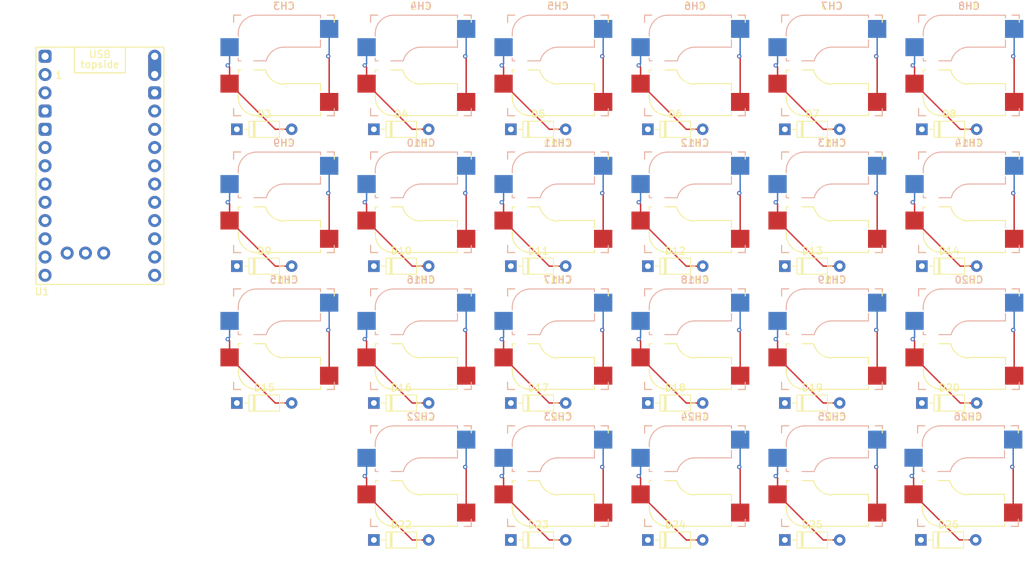
<source format=kicad_pcb>
(kicad_pcb (version 20241229) (generator "pcbnew") (generator_version "9.0")
  (layers (0 "F.Cu" signal) (2 "B.Cu" signal) (13 "F.Paste" user) (15 "B.Paste" user) (5 "F.SilkS" user "F.Silkscreen") (7 "B.SilkS" user "B.Silkscreen") (1 "F.Mask" user) (3 "B.Mask" user) (25 "Edge.Cuts" user))
  (net 0 "")
  (net 1 "Row1")
  (net 2 "Net-(D4-A)")
  (net 3 "Net-(D5-A)")
  (net 4 "Net-(D3-A)")
  (net 5 "Net-(D6-A)")
  (net 6 "Net-(D7-A)")
  (net 9 "Net-(D8-A)")
  (net 11 "Net-(D9-A)")
  (net 12 "Net-(U1-BAT+-Pad13)")
  (net 16 "Row2")
  (net 20 "Net-(D10-A)")
  (net 22 "Net-(D11-A)")
  (net 23 "Net-(D12-A)")
  (net 24 "Net-(D13-A)")
  (net 26 "Net-(D14-A)")
  (net 31 "Row3")
  (net 32 "Net-(D15-A)")
  (net 35 "Net-(D16-A)")
  (net 36 "Net-(D17-A)")
  (net 37 "Net-(D18-A)")
  (net 38 "Net-(D19-A)")
  (net 39 "Net-(D20-A)")
  (net 40 "Net-(D22-A)")
  (net 41 "Row4")
  (net 42 "Net-(D23-A)")
  (net 43 "Net-(D24-A)")
  (net 44 "Net-(D25-A)")
  (net 45 "Net-(D26-A)")
  (net 46 "Col1")
  (net 47 "Col2")
  (net 48 "Col3")
  (net 49 "Col4")
  (net 50 "Col5")
  (net 51 "Col6")
  (footprint "Library:Kailh_socket_MX_reversible" (layer "F.Cu") (at 204.21 100.33)
    (property "Reference" "CH26")
    (property "Value" "KS33_SW_HS")
  )
  (footprint "Library:Kailh_socket_MX_reversible" (layer "F.Cu") (at 166.244 81.28)
    (property "Reference" "CH18")
    (property "Value" "KS33_SW_HS")
  )
  (footprint "Library:Kailh_socket_MX_reversible" (layer "F.Cu") (at 185.294 62.23)
    (property "Reference" "CH13")
    (property "Value" "KS33_SW_HS")
  )
  (footprint "PCM_marbastlib-xp-promicroish:SuperMini_nRF52840_AH_USBup" (layer "F.Cu") (at 83.5 58.42)
    (property "Reference" "U1")
    (property "Value" "SuperMini nRF52840")
  )
  (footprint "Diode_THT:D_DO-35_SOD27_P7.62mm_Horizontal" (layer "F.Cu") (at 102.55 71.12)
    (property "Reference" "D9")
    (property "Value" "1N4148")
  )
  (footprint "Library:Kailh_socket_MX_reversible" (layer "F.Cu") (at 185.294 81.28)
    (property "Reference" "CH19")
    (property "Value" "KS33_SW_HS")
  )
  (footprint "Library:Kailh_socket_MX_reversible" (layer "F.Cu") (at 166.244 62.23)
    (property "Reference" "CH12")
    (property "Value" "KS33_SW_HS")
  )
  (footprint "Diode_THT:D_DO-35_SOD27_P7.62mm_Horizontal" (layer "F.Cu") (at 178.75 90.17)
    (property "Reference" "D19")
    (property "Value" "1N4148")
  )
  (footprint "Library:Kailh_socket_MX_reversible" (layer "F.Cu") (at 185.294 100.34)
    (property "Reference" "CH25")
    (property "Value" "KS33_SW_HS")
  )
  (footprint "Library:Kailh_socket_MX_reversible" (layer "F.Cu") (at 204.344 81.28)
    (property "Reference" "CH20")
    (property "Value" "KS33_SW_HS")
  )
  (footprint "Library:Kailh_socket_MX_reversible" (layer "F.Cu") (at 147.194 43.18)
    (property "Reference" "CH5")
    (property "Value" "KS33_SW_HS")
  )
  (footprint "Diode_THT:D_DO-35_SOD27_P7.62mm_Horizontal" (layer "F.Cu") (at 121.6 90.17)
    (property "Reference" "D16")
    (property "Value" "1N4148")
  )
  (footprint "Diode_THT:D_DO-35_SOD27_P7.62mm_Horizontal" (layer "F.Cu") (at 102.55 52.07)
    (property "Reference" "D3")
    (property "Value" "1N4148")
  )
  (footprint "Diode_THT:D_DO-35_SOD27_P7.62mm_Horizontal" (layer "F.Cu") (at 159.7 71.12)
    (property "Reference" "D12")
    (property "Value" "1N4148")
  )
  (footprint "Library:Kailh_socket_MX_reversible" (layer "F.Cu") (at 166.244 43.18)
    (property "Reference" "CH6")
    (property "Value" "KS33_SW_HS")
  )
  (footprint "Diode_THT:D_DO-35_SOD27_P7.62mm_Horizontal" (layer "F.Cu") (at 197.8 71.12)
    (property "Reference" "D14")
    (property "Value" "1N4148")
  )
  (footprint "Library:Kailh_socket_MX_reversible" (layer "F.Cu") (at 109.094 62.23)
    (property "Reference" "CH9")
    (property "Value" "KS33_SW_HS")
  )
  (footprint "Diode_THT:D_DO-35_SOD27_P7.62mm_Horizontal" (layer "F.Cu") (at 159.7 109.23)
    (property "Reference" "D24")
    (property "Value" "1N4148")
  )
  (footprint "Library:Kailh_socket_MX_reversible" (layer "F.Cu") (at 147.194 81.28)
    (property "Reference" "CH17")
    (property "Value" "KS33_SW_HS")
  )
  (footprint "Library:Kailh_socket_MX_reversible" (layer "F.Cu") (at 147.194 62.23)
    (property "Reference" "CH11")
    (property "Value" "KS33_SW_HS")
  )
  (footprint "Diode_THT:D_DO-35_SOD27_P7.62mm_Horizontal" (layer "F.Cu") (at 197.8 52.07)
    (property "Reference" "D8")
    (property "Value" "1N4148")
  )
  (footprint "Library:Kailh_socket_MX_reversible" (layer "F.Cu") (at 128.144 62.23)
    (property "Reference" "CH10")
    (property "Value" "KS33_SW_HS")
  )
  (footprint "Diode_THT:D_DO-35_SOD27_P7.62mm_Horizontal" (layer "F.Cu") (at 178.75 109.23)
    (property "Reference" "D25")
    (property "Value" "1N4148")
  )
  (footprint "Diode_THT:D_DO-35_SOD27_P7.62mm_Horizontal" (layer "F.Cu") (at 140.65 109.23)
    (property "Reference" "D23")
    (property "Value" "1N4148")
  )
  (footprint "Diode_THT:D_DO-35_SOD27_P7.62mm_Horizontal" (layer "F.Cu") (at 121.6 52.07)
    (property "Reference" "D4")
    (property "Value" "1N4148")
  )
  (footprint "Diode_THT:D_DO-35_SOD27_P7.62mm_Horizontal" (layer "F.Cu") (at 178.75 52.07)
    (property "Reference" "D7")
    (property "Value" "1N4148")
  )
  (footprint "Diode_THT:D_DO-35_SOD27_P7.62mm_Horizontal" (layer "F.Cu") (at 102.55 90.17)
    (property "Reference" "D15")
    (property "Value" "1N4148")
  )
  (footprint "Library:Kailh_socket_MX_reversible" (layer "F.Cu") (at 109.094 81.28)
    (property "Reference" "CH15")
    (property "Value" "KS33_SW_HS")
  )
  (footprint "Library:Kailh_socket_MX_reversible" (layer "F.Cu") (at 128.144 43.18)
    (property "Reference" "CH4")
    (property "Value" "KS33_SW_HS")
  )
  (footprint "Library:Kailh_socket_MX_reversible" (layer "F.Cu") (at 204.344 43.18)
    (property "Reference" "CH8")
    (property "Value" "KS33_SW_HS")
  )
  (footprint "Diode_THT:D_DO-35_SOD27_P7.62mm_Horizontal" (layer "F.Cu") (at 159.7 90.17)
    (property "Reference" "D18")
    (property "Value" "1N4148")
  )
  (footprint "Library:Kailh_socket_MX_reversible" (layer "F.Cu") (at 204.344 62.23)
    (property "Reference" "CH14")
    (property "Value" "KS33_SW_HS")
  )
  (footprint "Diode_THT:D_DO-35_SOD27_P7.62mm_Horizontal" (layer "F.Cu") (at 121.6 71.12)
    (property "Reference" "D10")
    (property "Value" "1N4148")
  )
  (footprint "Diode_THT:D_DO-35_SOD27_P7.62mm_Horizontal" (layer "F.Cu") (at 197.666 109.22)
    (property "Reference" "D26")
    (property "Value" "1N4148")
  )
  (footprint "Diode_THT:D_DO-35_SOD27_P7.62mm_Horizontal" (layer "F.Cu") (at 178.75 71.12)
    (property "Reference" "D13")
    (property "Value" "1N4148")
  )
  (footprint "Library:Kailh_socket_MX_reversible" (layer "F.Cu") (at 185.294 43.18)
    (property "Reference" "CH7")
    (property "Value" "KS33_SW_HS")
  )
  (footprint "Diode_THT:D_DO-35_SOD27_P7.62mm_Horizontal" (layer "F.Cu") (at 140.65 90.17)
    (property "Reference" "D17")
    (property "Value" "1N4148")
  )
  (footprint "Diode_THT:D_DO-35_SOD27_P7.62mm_Horizontal" (layer "F.Cu") (at 159.7 52.07)
    (property "Reference" "D6")
    (property "Value" "1N4148")
  )
  (footprint "Diode_THT:D_DO-35_SOD27_P7.62mm_Horizontal" (layer "F.Cu") (at 121.6 109.23)
    (property "Reference" "D22")
    (property "Value" "1N4148")
  )
  (footprint "Library:Kailh_socket_MX_reversible" (layer "F.Cu") (at 166.244 100.34)
    (property "Reference" "CH24")
    (property "Value" "KS33_SW_HS")
  )
  (footprint "Diode_THT:D_DO-35_SOD27_P7.62mm_Horizontal" (layer "F.Cu") (at 140.65 52.07)
    (property "Reference" "D5")
    (property "Value" "1N4148")
  )
  (footprint "Library:Kailh_socket_MX_reversible" (layer "F.Cu") (at 128.144 100.34)
    (property "Reference" "CH22")
    (property "Value" "KS33_SW_HS")
  )
  (footprint "Library:Kailh_socket_MX_reversible" (layer "F.Cu") (at 128.144 81.28)
    (property "Reference" "CH16")
    (property "Value" "KS33_SW_HS")
  )
  (footprint "Library:Kailh_socket_MX_reversible" (layer "F.Cu") (at 147.194 100.34)
    (property "Reference" "CH23")
    (property "Value" "KS33_SW_HS")
  )
  (footprint "Library:Kailh_socket_MX_reversible" (layer "F.Cu") (at 109.094 43.18)
    (property "Reference" "CH3")
    (property "Value" "KS33_SW_HS")
  )
  (footprint "Diode_THT:D_DO-35_SOD27_P7.62mm_Horizontal" (layer "F.Cu") (at 140.65 71.12)
    (property "Reference" "D11")
    (property "Value" "1N4148")
  )
  (footprint "Diode_THT:D_DO-35_SOD27_P7.62mm_Horizontal" (layer "F.Cu") (at 197.8 90.17)
    (property "Reference" "D20")
    (property "Value" "1N4148")
  )
  (segment (start 134.434 48.26) (end 134.434 42.044) (width 0.2) (layer "F.Cu") (net 1))
  (segment (start 210.634 48.26) (end 210.634 42.044) (width 0.2) (layer "F.Cu") (net 1))
  (segment (start 115.384 42.044) (end 115.25 41.91) (width 0.2) (layer "F.Cu") (net 1))
  (segment (start 172.534 48.26) (end 172.534 42.044) (width 0.2) (layer "F.Cu") (net 1))
  (segment (start 115.384 48.26) (end 115.384 42.044) (width 0.2) (layer "F.Cu") (net 1))
  (segment (start 191.584 48.26) (end 191.584 42.044) (width 0.2) (layer "F.Cu") (net 1))
  (segment (start 191.584 42.044) (end 191.45 41.91) (width 0.2) (layer "F.Cu") (net 1))
  (segment (start 172.534 42.044) (end 172.4 41.91) (width 0.2) (layer "F.Cu") (net 1))
  (segment (start 153.484 48.26) (end 153.484 42.044) (width 0.2) (layer "F.Cu") (net 1))
  (segment (start 210.634 42.044) (end 210.5 41.91) (width 0.2) (layer "F.Cu") (net 1))
  (segment (start 153.484 42.044) (end 153.35 41.91) (width 0.2) (layer "F.Cu") (net 1))
  (segment (start 134.434 42.044) (end 134.3 41.91) (width 0.2) (layer "F.Cu") (net 1))
  (via (at 210.5 41.91) (size 0.6) (drill 0.3) (layers "F.Cu" "B.Cu") (net 1))
  (via (at 153.35 41.91) (size 0.6) (drill 0.3) (layers "F.Cu" "B.Cu") (net 1))
  (via (at 172.4 41.91) (size 0.6) (drill 0.3) (layers "F.Cu" "B.Cu") (net 1))
  (via (at 134.3 41.91) (size 0.6) (drill 0.3) (layers "F.Cu" "B.Cu") (net 1))
  (via (at 115.25 41.91) (size 0.6) (drill 0.3) (layers "F.Cu" "B.Cu") (net 1))
  (via (at 191.45 41.91) (size 0.6) (drill 0.3) (layers "F.Cu" "B.Cu") (net 1))
  (segment (start 115.384 38.1) (end 115.384 41.776) (width 0.2) (layer "B.Cu") (net 1))
  (segment (start 134.434 38.1) (end 134.434 41.776) (width 0.2) (layer "B.Cu") (net 1))
  (segment (start 172.534 41.776) (end 172.4 41.91) (width 0.2) (layer "B.Cu") (net 1))
  (segment (start 153.484 41.776) (end 153.35 41.91) (width 0.2) (layer "B.Cu") (net 1))
  (segment (start 172.534 38.1) (end 172.534 41.776) (width 0.2) (layer "B.Cu") (net 1))
  (segment (start 210.634 41.776) (end 210.5 41.91) (width 0.2) (layer "B.Cu") (net 1))
  (segment (start 191.584 41.776) (end 191.45 41.91) (width 0.2) (layer "B.Cu") (net 1))
  (segment (start 153.484 38.1) (end 153.484 41.776) (width 0.2) (layer "B.Cu") (net 1))
  (segment (start 191.584 38.1) (end 191.584 41.776) (width 0.2) (layer "B.Cu") (net 1))
  (segment (start 210.634 38.1) (end 210.634 41.776) (width 0.2) (layer "B.Cu") (net 1))
  (segment (start 134.434 41.776) (end 134.3 41.91) (width 0.2) (layer "B.Cu") (net 1))
  (segment (start 115.384 41.776) (end 115.25 41.91) (width 0.2) (layer "B.Cu") (net 1))
  (segment (start 120.584 43.434) (end 120.33 43.18) (width 0.2) (layer "F.Cu") (net 2))
  (segment (start 126.934 52.07) (end 129.22 52.07) (width 0.2) (layer "F.Cu") (net 2))
  (segment (start 120.584 45.72) (end 126.934 52.07) (width 0.2) (layer "F.Cu") (net 2))
  (segment (start 120.584 45.72) (end 120.584 43.434) (width 0.2) (layer "F.Cu") (net 2))
  (via (at 120.33 43.18) (size 0.6) (drill 0.3) (layers "F.Cu" "B.Cu") (net 2))
  (segment (start 120.584 42.926) (end 120.33 43.18) (width 0.2) (layer "B.Cu") (net 2))
  (segment (start 120.584 40.64) (end 120.584 42.926) (width 0.2) (layer "B.Cu") (net 2))
  (segment (start 145.984 52.07) (end 148.27 52.07) (width 0.2) (layer "F.Cu") (net 3))
  (segment (start 139.634 45.72) (end 145.984 52.07) (width 0.2) (layer "F.Cu") (net 3))
  (segment (start 139.634 43.434) (end 139.38 43.18) (width 0.2) (layer "F.Cu") (net 3))
  (segment (start 139.634 45.72) (end 139.634 43.434) (width 0.2) (layer "F.Cu") (net 3))
  (via (at 139.38 43.18) (size 0.6) (drill 0.3) (layers "F.Cu" "B.Cu") (net 3))
  (segment (start 139.634 40.64) (end 139.634 42.926) (width 0.2) (layer "B.Cu") (net 3))
  (segment (start 139.634 42.926) (end 139.38 43.18) (width 0.2) (layer "B.Cu") (net 3))
  (segment (start 107.884 52.07) (end 110.17 52.07) (width 0.2) (layer "F.Cu") (net 4))
  (segment (start 101.534 45.72) (end 107.884 52.07) (width 0.2) (layer "F.Cu") (net 4))
  (segment (start 101.534 43.434) (end 101.28 43.18) (width 0.2) (layer "F.Cu") (net 4))
  (segment (start 101.534 45.72) (end 101.534 43.434) (width 0.2) (layer "F.Cu") (net 4))
  (via (at 101.28 43.18) (size 0.6) (drill 0.3) (layers "F.Cu" "B.Cu") (net 4))
  (segment (start 101.534 40.64) (end 101.534 42.926) (width 0.2) (layer "B.Cu") (net 4))
  (segment (start 101.534 42.926) (end 101.28 43.18) (width 0.2) (layer "B.Cu") (net 4))
  (segment (start 158.684 43.434) (end 158.43 43.18) (width 0.2) (layer "F.Cu") (net 5))
  (segment (start 158.684 45.72) (end 158.684 43.434) (width 0.2) (layer "F.Cu") (net 5))
  (segment (start 158.684 45.72) (end 165.034 52.07) (width 0.2) (layer "F.Cu") (net 5))
  (segment (start 165.034 52.07) (end 167.32 52.07) (width 0.2) (layer "F.Cu") (net 5))
  (via (at 158.43 43.18) (size 0.6) (drill 0.3) (layers "F.Cu" "B.Cu") (net 5))
  (segment (start 158.684 42.926) (end 158.43 43.18) (width 0.2) (layer "B.Cu") (net 5))
  (segment (start 158.684 40.64) (end 158.684 42.926) (width 0.2) (layer "B.Cu") (net 5))
  (segment (start 184.084 52.07) (end 186.37 52.07) (width 0.2) (layer "F.Cu") (net 6))
  (segment (start 177.734 45.72) (end 177.734 43.434) (width 0.2) (layer "F.Cu") (net 6))
  (segment (start 177.734 45.72) (end 184.084 52.07) (width 0.2) (layer "F.Cu") (net 6))
  (segment (start 177.734 43.434) (end 177.48 43.18) (width 0.2) (layer "F.Cu") (net 6))
  (via (at 177.48 43.18) (size 0.6) (drill 0.3) (layers "F.Cu" "B.Cu") (net 6))
  (segment (start 177.734 42.926) (end 177.48 43.18) (width 0.2) (layer "B.Cu") (net 6))
  (segment (start 177.734 40.64) (end 177.734 42.926) (width 0.2) (layer "B.Cu") (net 6))
  (segment (start 196.784 43.434) (end 196.53 43.18) (width 0.2) (layer "F.Cu") (net 9))
  (segment (start 196.784 45.72) (end 196.784 43.434) (width 0.2) (layer "F.Cu") (net 9))
  (segment (start 196.784 45.72) (end 203.134 52.07) (width 0.2) (layer "F.Cu") (net 9))
  (segment (start 203.134 52.07) (end 205.42 52.07) (width 0.2) (layer "F.Cu") (net 9))
  (via (at 196.53 43.18) (size 0.6) (drill 0.3) (layers "F.Cu" "B.Cu") (net 9))
  (segment (start 196.784 42.926) (end 196.53 43.18) (width 0.2) (layer "B.Cu") (net 9))
  (segment (start 196.784 40.64) (end 196.784 42.926) (width 0.2) (layer "B.Cu") (net 9))
  (segment (start 101.534 64.77) (end 107.884 71.12) (width 0.2) (layer "F.Cu") (net 11))
  (segment (start 101.534 64.77) (end 101.534 62.484) (width 0.2) (layer "F.Cu") (net 11))
  (segment (start 107.884 71.12) (end 110.17 71.12) (width 0.2) (layer "F.Cu") (net 11))
  (segment (start 101.534 62.484) (end 101.28 62.23) (width 0.2) (layer "F.Cu") (net 11))
  (via (at 101.28 62.23) (size 0.6) (drill 0.3) (layers "F.Cu" "B.Cu") (net 11))
  (segment (start 101.534 61.976) (end 101.28 62.23) (width 0.2) (layer "B.Cu") (net 11))
  (segment (start 101.534 59.69) (end 101.534 61.976) (width 0.2) (layer "B.Cu") (net 11))
  (segment (start 172.534 67.31) (end 172.534 61.094) (width 0.2) (layer "F.Cu") (net 16))
  (segment (start 210.634 61.094) (end 210.5 60.96) (width 0.2) (layer "F.Cu") (net 16))
  (segment (start 115.384 61.094) (end 115.25 60.96) (width 0.2) (layer "F.Cu") (net 16))
  (segment (start 210.634 67.31) (end 210.634 61.094) (width 0.2) (layer "F.Cu") (net 16))
  (segment (start 134.434 61.094) (end 134.3 60.96) (width 0.2) (layer "F.Cu") (net 16))
  (segment (start 115.384 67.31) (end 115.384 61.094) (width 0.2) (layer "F.Cu") (net 16))
  (segment (start 191.584 61.094) (end 191.45 60.96) (width 0.2) (layer "F.Cu") (net 16))
  (segment (start 153.484 67.31) (end 153.484 61.094) (width 0.2) (layer "F.Cu") (net 16))
  (segment (start 191.584 67.31) (end 191.584 61.094) (width 0.2) (layer "F.Cu") (net 16))
  (segment (start 172.534 61.094) (end 172.4 60.96) (width 0.2) (layer "F.Cu") (net 16))
  (segment (start 134.434 67.31) (end 134.434 61.094) (width 0.2) (layer "F.Cu") (net 16))
  (segment (start 153.484 61.094) (end 153.35 60.96) (width 0.2) (layer "F.Cu") (net 16))
  (via (at 115.25 60.96) (size 0.6) (drill 0.3) (layers "F.Cu" "B.Cu") (net 16))
  (via (at 134.3 60.96) (size 0.6) (drill 0.3) (layers "F.Cu" "B.Cu") (net 16))
  (via (at 172.4 60.96) (size 0.6) (drill 0.3) (layers "F.Cu" "B.Cu") (net 16))
  (via (at 153.35 60.96) (size 0.6) (drill 0.3) (layers "F.Cu" "B.Cu") (net 16))
  (via (at 210.5 60.96) (size 0.6) (drill 0.3) (layers "F.Cu" "B.Cu") (net 16))
  (via (at 191.45 60.96) (size 0.6) (drill 0.3) (layers "F.Cu" "B.Cu") (net 16))
  (segment (start 172.534 60.826) (end 172.4 60.96) (width 0.2) (layer "B.Cu") (net 16))
  (segment (start 153.484 57.15) (end 153.484 60.826) (width 0.2) (layer "B.Cu") (net 16))
  (segment (start 115.384 60.826) (end 115.25 60.96) (width 0.2) (layer "B.Cu") (net 16))
  (segment (start 210.634 60.826) (end 210.5 60.96) (width 0.2) (layer "B.Cu") (net 16))
  (segment (start 134.434 57.15) (end 134.434 60.826) (width 0.2) (layer "B.Cu") (net 16))
  (segment (start 172.534 57.15) (end 172.534 60.826) (width 0.2) (layer "B.Cu") (net 16))
  (segment (start 191.584 60.826) (end 191.45 60.96) (width 0.2) (layer "B.Cu") (net 16))
  (segment (start 134.434 60.826) (end 134.3 60.96) (width 0.2) (layer "B.Cu") (net 16))
  (segment (start 115.384 57.15) (end 115.384 60.826) (width 0.2) (layer "B.Cu") (net 16))
  (segment (start 153.484 60.826) (end 153.35 60.96) (width 0.2) (layer "B.Cu") (net 16))
  (segment (start 191.584 57.15) (end 191.584 60.826) (width 0.2) (layer "B.Cu") (net 16))
  (segment (start 210.634 57.15) (end 210.634 60.826) (width 0.2) (layer "B.Cu") (net 16))
  (segment (start 120.584 64.77) (end 120.584 62.484) (width 0.2) (layer "F.Cu") (net 20))
  (segment (start 126.934 71.12) (end 129.22 71.12) (width 0.2) (layer "F.Cu") (net 20))
  (segment (start 120.584 62.484) (end 120.33 62.23) (width 0.2) (layer "F.Cu") (net 20))
  (segment (start 120.584 64.77) (end 126.934 71.12) (width 0.2) (layer "F.Cu") (net 20))
  (via (at 120.33 62.23) (size 0.6) (drill 0.3) (layers "F.Cu" "B.Cu") (net 20))
  (segment (start 120.584 61.976) (end 120.33 62.23) (width 0.2) (layer "B.Cu") (net 20))
  (segment (start 120.584 59.69) (end 120.584 61.976) (width 0.2) (layer "B.Cu") (net 20))
  (segment (start 139.634 64.77) (end 145.984 71.12) (width 0.2) (layer "F.Cu") (net 22))
  (segment (start 139.634 64.77) (end 139.634 62.484) (width 0.2) (layer "F.Cu") (net 22))
  (segment (start 139.634 62.484) (end 139.38 62.23) (width 0.2) (layer "F.Cu") (net 22))
  (segment (start 145.984 71.12) (end 148.27 71.12) (width 0.2) (layer "F.Cu") (net 22))
  (via (at 139.38 62.23) (size 0.6) (drill 0.3) (layers "F.Cu" "B.Cu") (net 22))
  (segment (start 139.634 59.69) (end 139.634 61.976) (width 0.2) (layer "B.Cu") (net 22))
  (segment (start 139.634 61.976) (end 139.38 62.23) (width 0.2) (layer "B.Cu") (net 22))
  (segment (start 158.684 64.77) (end 158.684 62.484) (width 0.2) (layer "F.Cu") (net 23))
  (segment (start 165.034 71.12) (end 167.32 71.12) (width 0.2) (layer "F.Cu") (net 23))
  (segment (start 158.684 62.484) (end 158.43 62.23) (width 0.2) (layer "F.Cu") (net 23))
  (segment (start 158.684 64.77) (end 165.034 71.12) (width 0.2) (layer "F.Cu") (net 23))
  (via (at 158.43 62.23) (size 0.6) (drill 0.3) (layers "F.Cu" "B.Cu") (net 23))
  (segment (start 158.684 59.69) (end 158.684 61.976) (width 0.2) (layer "B.Cu") (net 23))
  (segment (start 158.684 61.976) (end 158.43 62.23) (width 0.2) (layer "B.Cu") (net 23))
  (segment (start 177.734 64.77) (end 184.084 71.12) (width 0.2) (layer "F.Cu") (net 24))
  (segment (start 177.734 64.77) (end 177.734 62.484) (width 0.2) (layer "F.Cu") (net 24))
  (segment (start 177.734 62.484) (end 177.48 62.23) (width 0.2) (layer "F.Cu") (net 24))
  (segment (start 184.084 71.12) (end 186.37 71.12) (width 0.2) (layer "F.Cu") (net 24))
  (via (at 177.48 62.23) (size 0.6) (drill 0.3) (layers "F.Cu" "B.Cu") (net 24))
  (segment (start 177.734 59.69) (end 177.734 61.976) (width 0.2) (layer "B.Cu") (net 24))
  (segment (start 177.734 61.976) (end 177.48 62.23) (width 0.2) (layer "B.Cu") (net 24))
  (segment (start 196.784 64.77) (end 196.784 62.484) (width 0.2) (layer "F.Cu") (net 26))
  (segment (start 196.784 64.77) (end 203.134 71.12) (width 0.2) (layer "F.Cu") (net 26))
  (segment (start 196.784 62.484) (end 196.53 62.23) (width 0.2) (layer "F.Cu") (net 26))
  (segment (start 203.134 71.12) (end 205.42 71.12) (width 0.2) (layer "F.Cu") (net 26))
  (via (at 196.53 62.23) (size 0.6) (drill 0.3) (layers "F.Cu" "B.Cu") (net 26))
  (segment (start 196.784 61.976) (end 196.53 62.23) (width 0.2) (layer "B.Cu") (net 26))
  (segment (start 196.784 59.69) (end 196.784 61.976) (width 0.2) (layer "B.Cu") (net 26))
  (segment (start 115.384 80.144) (end 115.25 80.01) (width 0.2) (layer "F.Cu") (net 31))
  (segment (start 115.384 86.36) (end 115.384 80.144) (width 0.2) (layer "F.Cu") (net 31))
  (segment (start 172.534 86.36) (end 172.534 80.144) (width 0.2) (layer "F.Cu") (net 31))
  (segment (start 153.484 86.36) (end 153.484 80.144) (width 0.2) (layer "F.Cu") (net 31))
  (segment (start 210.634 86.36) (end 210.634 80.144) (width 0.2) (layer "F.Cu") (net 31))
  (segment (start 134.434 86.36) (end 134.434 80.144) (width 0.2) (layer "F.Cu") (net 31))
  (segment (start 153.484 80.144) (end 153.35 80.01) (width 0.2) (layer "F.Cu") (net 31))
  (segment (start 210.634 80.144) (end 210.5 80.01) (width 0.2) (layer "F.Cu") (net 31))
  (segment (start 191.584 80.144) (end 191.45 80.01) (width 0.2) (layer "F.Cu") (net 31))
  (segment (start 191.584 86.36) (end 191.584 80.144) (width 0.2) (layer "F.Cu") (net 31))
  (segment (start 134.434 80.144) (end 134.3 80.01) (width 0.2) (layer "F.Cu") (net 31))
  (segment (start 172.534 80.144) (end 172.4 80.01) (width 0.2) (layer "F.Cu") (net 31))
  (via (at 191.45 80.01) (size 0.6) (drill 0.3) (layers "F.Cu" "B.Cu") (net 31))
  (via (at 153.35 80.01) (size 0.6) (drill 0.3) (layers "F.Cu" "B.Cu") (net 31))
  (via (at 210.5 80.01) (size 0.6) (drill 0.3) (layers "F.Cu" "B.Cu") (net 31))
  (via (at 134.3 80.01) (size 0.6) (drill 0.3) (layers "F.Cu" "B.Cu") (net 31))
  (via (at 115.25 80.01) (size 0.6) (drill 0.3) (layers "F.Cu" "B.Cu") (net 31))
  (via (at 172.4 80.01) (size 0.6) (drill 0.3) (layers "F.Cu" "B.Cu") (net 31))
  (segment (start 172.534 76.2) (end 172.534 79.876) (width 0.2) (layer "B.Cu") (net 31))
  (segment (start 134.434 79.876) (end 134.3 80.01) (width 0.2) (layer "B.Cu") (net 31))
  (segment (start 153.484 79.876) (end 153.35 80.01) (width 0.2) (layer "B.Cu") (net 31))
  (segment (start 134.434 76.2) (end 134.434 79.876) (width 0.2) (layer "B.Cu") (net 31))
  (segment (start 172.534 79.876) (end 172.4 80.01) (width 0.2) (layer "B.Cu") (net 31))
  (segment (start 115.384 76.2) (end 115.384 79.876) (width 0.2) (layer "B.Cu") (net 31))
  (segment (start 210.634 79.876) (end 210.5 80.01) (width 0.2) (layer "B.Cu") (net 31))
  (segment (start 115.384 79.876) (end 115.25 80.01) (width 0.2) (layer "B.Cu") (net 31))
  (segment (start 210.634 76.2) (end 210.634 79.876) (width 0.2) (layer "B.Cu") (net 31))
  (segment (start 191.584 79.876) (end 191.45 80.01) (width 0.2) (layer "B.Cu") (net 31))
  (segment (start 153.484 76.2) (end 153.484 79.876) (width 0.2) (layer "B.Cu") (net 31))
  (segment (start 191.584 76.2) (end 191.584 79.876) (width 0.2) (layer "B.Cu") (net 31))
  (segment (start 101.534 81.534) (end 101.28 81.28) (width 0.2) (layer "F.Cu") (net 32))
  (segment (start 101.534 83.82) (end 101.534 81.534) (width 0.2) (layer "F.Cu") (net 32))
  (segment (start 107.884 90.17) (end 110.17 90.17) (width 0.2) (layer "F.Cu") (net 32))
  (segment (start 101.534 83.82) (end 107.884 90.17) (width 0.2) (layer "F.Cu") (net 32))
  (via (at 101.28 81.28) (size 0.6) (drill 0.3) (layers "F.Cu" "B.Cu") (net 32))
  (segment (start 101.534 78.74) (end 101.534 81.026) (width 0.2) (layer "B.Cu") (net 32))
  (segment (start 101.534 81.026) (end 101.28 81.28) (width 0.2) (layer "B.Cu") (net 32))
  (segment (start 120.584 83.82) (end 120.584 81.534) (width 0.2) (layer "F.Cu") (net 35))
  (segment (start 120.584 83.82) (end 126.934 90.17) (width 0.2) (layer "F.Cu") (net 35))
  (segment (start 126.934 90.17) (end 129.22 90.17) (width 0.2) (layer "F.Cu") (net 35))
  (segment (start 120.584 81.534) (end 120.33 81.28) (width 0.2) (layer "F.Cu") (net 35))
  (via (at 120.33 81.28) (size 0.6) (drill 0.3) (layers "F.Cu" "B.Cu") (net 35))
  (segment (start 120.584 78.74) (end 120.584 81.026) (width 0.2) (layer "B.Cu") (net 35))
  (segment (start 120.584 81.026) (end 120.33 81.28) (width 0.2) (layer "B.Cu") (net 35))
  (segment (start 145.984 90.17) (end 148.27 90.17) (width 0.2) (layer "F.Cu") (net 36))
  (segment (start 139.634 83.82) (end 145.984 90.17) (width 0.2) (layer "F.Cu") (net 36))
  (segment (start 139.634 81.534) (end 139.38 81.28) (width 0.2) (layer "F.Cu") (net 36))
  (segment (start 139.634 83.82) (end 139.634 81.534) (width 0.2) (layer "F.Cu") (net 36))
  (via (at 139.38 81.28) (size 0.6) (drill 0.3) (layers "F.Cu" "B.Cu") (net 36))
  (segment (start 139.634 81.026) (end 139.38 81.28) (width 0.2) (layer "B.Cu") (net 36))
  (segment (start 139.634 78.74) (end 139.634 81.026) (width 0.2) (layer "B.Cu") (net 36))
  (segment (start 158.684 83.82) (end 158.684 81.534) (width 0.2) (layer "F.Cu") (net 37))
  (segment (start 165.034 90.17) (end 167.32 90.17) (width 0.2) (layer "F.Cu") (net 37))
  (segment (start 158.684 81.534) (end 158.43 81.28) (width 0.2) (layer "F.Cu") (net 37))
  (segment (start 158.684 83.82) (end 165.034 90.17) (width 0.2) (layer "F.Cu") (net 37))
  (via (at 158.43 81.28) (size 0.6) (drill 0.3) (layers "F.Cu" "B.Cu") (net 37))
  (segment (start 158.684 81.026) (end 158.43 81.28) (width 0.2) (layer "B.Cu") (net 37))
  (segment (start 158.684 78.74) (end 158.684 81.026) (width 0.2) (layer "B.Cu") (net 37))
  (segment (start 177.734 83.82) (end 177.734 81.534) (width 0.2) (layer "F.Cu") (net 38))
  (segment (start 177.734 83.82) (end 184.084 90.17) (width 0.2) (layer "F.Cu") (net 38))
  (segment (start 184.084 90.17) (end 186.37 90.17) (width 0.2) (layer "F.Cu") (net 38))
  (segment (start 177.734 81.534) (end 177.48 81.28) (width 0.2) (layer "F.Cu") (net 38))
  (via (at 177.48 81.28) (size 0.6) (drill 0.3) (layers "F.Cu" "B.Cu") (net 38))
  (segment (start 177.734 78.74) (end 177.734 81.026) (width 0.2) (layer "B.Cu") (net 38))
  (segment (start 177.734 81.026) (end 177.48 81.28) (width 0.2) (layer "B.Cu") (net 38))
  (segment (start 203.134 90.17) (end 205.42 90.17) (width 0.2) (layer "F.Cu") (net 39))
  (segment (start 196.784 81.534) (end 196.53 81.28) (width 0.2) (layer "F.Cu") (net 39))
  (segment (start 196.784 83.82) (end 196.784 81.534) (width 0.2) (layer "F.Cu") (net 39))
  (segment (start 196.784 83.82) (end 203.134 90.17) (width 0.2) (layer "F.Cu") (net 39))
  (via (at 196.53 81.28) (size 0.6) (drill 0.3) (layers "F.Cu" "B.Cu") (net 39))
  (segment (start 196.784 78.74) (end 196.784 81.026) (width 0.2) (layer "B.Cu") (net 39))
  (segment (start 196.784 81.026) (end 196.53 81.28) (width 0.2) (layer "B.Cu") (net 39))
  (segment (start 120.584 102.88) (end 126.934 109.23) (width 0.2) (layer "F.Cu") (net 40))
  (segment (start 120.584 102.88) (end 120.584 100.594) (width 0.2) (layer "F.Cu") (net 40))
  (segment (start 126.934 109.23) (end 129.22 109.23) (width 0.2) (layer "F.Cu") (net 40))
  (segment (start 120.584 100.594) (end 120.33 100.34) (width 0.2) (layer "F.Cu") (net 40))
  (via (at 120.33 100.34) (size 0.6) (drill 0.3) (layers "F.Cu" "B.Cu") (net 40))
  (segment (start 120.584 97.8) (end 120.584 100.086) (width 0.2) (layer "B.Cu") (net 40))
  (segment (start 120.584 100.086) (end 120.33 100.34) (width 0.2) (layer "B.Cu") (net 40))
  (segment (start 210.5 105.41) (end 210.5 99.194) (width 0.2) (layer "F.Cu") (net 41))
  (segment (start 172.534 105.42) (end 172.534 99.204) (width 0.2) (layer "F.Cu") (net 41))
  (segment (start 153.484 105.42) (end 153.484 99.204) (width 0.2) (layer "F.Cu") (net 41))
  (segment (start 172.534 99.204) (end 172.4 99.07) (width 0.2) (layer "F.Cu") (net 41))
  (segment (start 153.484 99.204) (end 153.35 99.07) (width 0.2) (layer "F.Cu") (net 41))
  (segment (start 134.434 99.204) (end 134.3 99.07) (width 0.2) (layer "F.Cu") (net 41))
  (segment (start 191.584 105.42) (end 191.584 99.204) (width 0.2) (layer "F.Cu") (net 41))
  (segment (start 134.434 105.42) (end 134.434 99.204) (width 0.2) (layer "F.Cu") (net 41))
  (segment (start 191.584 99.204) (end 191.45 99.07) (width 0.2) (layer "F.Cu") (net 41))
  (segment (start 210.5 99.194) (end 210.366 99.06) (width 0.2) (layer "F.Cu") (net 41))
  (via (at 172.4 99.07) (size 0.6) (drill 0.3) (layers "F.Cu" "B.Cu") (net 41))
  (via (at 191.45 99.07) (size 0.6) (drill 0.3) (layers "F.Cu" "B.Cu") (net 41))
  (via (at 153.35 99.07) (size 0.6) (drill 0.3) (layers "F.Cu" "B.Cu") (net 41))
  (via (at 210.366 99.06) (size 0.6) (drill 0.3) (layers "F.Cu" "B.Cu") (net 41))
  (via (at 134.3 99.07) (size 0.6) (drill 0.3) (layers "F.Cu" "B.Cu") (net 41))
  (segment (start 172.534 95.26) (end 172.534 98.936) (width 0.2) (layer "B.Cu") (net 41))
  (segment (start 172.534 98.936) (end 172.4 99.07) (width 0.2) (layer "B.Cu") (net 41))
  (segment (start 191.584 95.26) (end 191.584 98.936) (width 0.2) (layer "B.Cu") (net 41))
  (segment (start 153.484 95.26) (end 153.484 98.936) (width 0.2) (layer "B.Cu") (net 41))
  (segment (start 210.5 95.25) (end 210.5 98.926) (width 0.2) (layer "B.Cu") (net 41))
  (segment (start 191.584 98.936) (end 191.45 99.07) (width 0.2) (layer "B.Cu") (net 41))
  (segment (start 134.434 95.26) (end 134.434 98.936) (width 0.2) (layer "B.Cu") (net 41))
  (segment (start 134.434 98.936) (end 134.3 99.07) (width 0.2) (layer "B.Cu") (net 41))
  (segment (start 153.484 98.936) (end 153.35 99.07) (width 0.2) (layer "B.Cu") (net 41))
  (segment (start 210.5 98.926) (end 210.366 99.06) (width 0.2) (layer "B.Cu") (net 41))
  (segment (start 139.634 102.88) (end 145.984 109.23) (width 0.2) (layer "F.Cu") (net 42))
  (segment (start 145.984 109.23) (end 148.27 109.23) (width 0.2) (layer "F.Cu") (net 42))
  (segment (start 139.634 100.594) (end 139.38 100.34) (width 0.2) (layer "F.Cu") (net 42))
  (segment (start 139.634 102.88) (end 139.634 100.594) (width 0.2) (layer "F.Cu") (net 42))
  (via (at 139.38 100.34) (size 0.6) (drill 0.3) (layers "F.Cu" "B.Cu") (net 42))
  (segment (start 139.634 100.086) (end 139.38 100.34) (width 0.2) (layer "B.Cu") (net 42))
  (segment (start 139.634 97.8) (end 139.634 100.086) (width 0.2) (layer "B.Cu") (net 42))
  (segment (start 158.684 100.594) (end 158.43 100.34) (width 0.2) (layer "F.Cu") (net 43))
  (segment (start 158.684 102.88) (end 165.034 109.23) (width 0.2) (layer "F.Cu") (net 43))
  (segment (start 165.034 109.23) (end 167.32 109.23) (width 0.2) (layer "F.Cu") (net 43))
  (segment (start 158.684 102.88) (end 158.684 100.594) (width 0.2) (layer "F.Cu") (net 43))
  (via (at 158.43 100.34) (size 0.6) (drill 0.3) (layers "F.Cu" "B.Cu") (net 43))
  (segment (start 158.684 100.086) (end 158.43 100.34) (width 0.2) (layer "B.Cu") (net 43))
  (segment (start 158.684 97.8) (end 158.684 100.086) (width 0.2) (layer "B.Cu") (net 43))
  (segment (start 177.734 100.594) (end 177.48 100.34) (width 0.2) (layer "F.Cu") (net 44))
  (segment (start 177.734 102.88) (end 177.734 100.594) (width 0.2) (layer "F.Cu") (net 44))
  (segment (start 184.084 109.23) (end 186.37 109.23) (width 0.2) (layer "F.Cu") (net 44))
  (segment (start 177.734 102.88) (end 184.084 109.23) (width 0.2) (layer "F.Cu") (net 44))
  (via (at 177.48 100.34) (size 0.6) (drill 0.3) (layers "F.Cu" "B.Cu") (net 44))
  (segment (start 177.734 97.8) (end 177.734 100.086) (width 0.2) (layer "B.Cu") (net 44))
  (segment (start 177.734 100.086) (end 177.48 100.34) (width 0.2) (layer "B.Cu") (net 44))
  (segment (start 196.65 102.87) (end 203 109.22) (width 0.2) (layer "F.Cu") (net 45))
  (segment (start 203 109.22) (end 205.286 109.22) (width 0.2) (layer "F.Cu") (net 45))
  (segment (start 196.65 102.87) (end 196.65 100.584) (width 0.2) (layer "F.Cu") (net 45))
  (segment (start 196.65 100.584) (end 196.396 100.33) (width 0.2) (layer "F.Cu") (net 45))
  (via (at 196.396 100.33) (size 0.6) (drill 0.3) (layers "F.Cu" "B.Cu") (net 45))
  (segment (start 196.65 97.79) (end 196.65 100.076) (width 0.2) (layer "B.Cu") (net 45))
  (segment (start 196.65 100.076) (end 196.396 100.33) (width 0.2) (layer "B.Cu") (net 45))
)
</source>
